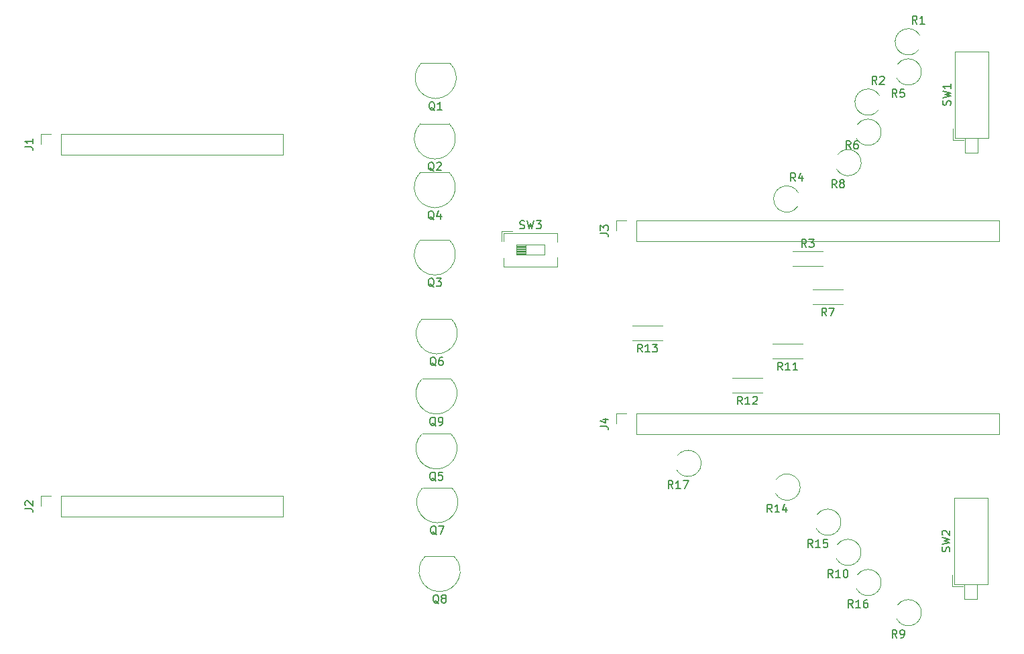
<source format=gbr>
%TF.GenerationSoftware,KiCad,Pcbnew,8.0.0*%
%TF.CreationDate,2024-03-02T15:21:29-05:00*%
%TF.ProjectId,Plano,506c616e-6f2e-46b6-9963-61645f706362,rev?*%
%TF.SameCoordinates,Original*%
%TF.FileFunction,Legend,Top*%
%TF.FilePolarity,Positive*%
%FSLAX46Y46*%
G04 Gerber Fmt 4.6, Leading zero omitted, Abs format (unit mm)*
G04 Created by KiCad (PCBNEW 8.0.0) date 2024-03-02 15:21:29*
%MOMM*%
%LPD*%
G01*
G04 APERTURE LIST*
%ADD10C,0.150000*%
%ADD11C,0.120000*%
G04 APERTURE END LIST*
D10*
X211797200Y-73543332D02*
X211844819Y-73400475D01*
X211844819Y-73400475D02*
X211844819Y-73162380D01*
X211844819Y-73162380D02*
X211797200Y-73067142D01*
X211797200Y-73067142D02*
X211749580Y-73019523D01*
X211749580Y-73019523D02*
X211654342Y-72971904D01*
X211654342Y-72971904D02*
X211559104Y-72971904D01*
X211559104Y-72971904D02*
X211463866Y-73019523D01*
X211463866Y-73019523D02*
X211416247Y-73067142D01*
X211416247Y-73067142D02*
X211368628Y-73162380D01*
X211368628Y-73162380D02*
X211321009Y-73352856D01*
X211321009Y-73352856D02*
X211273390Y-73448094D01*
X211273390Y-73448094D02*
X211225771Y-73495713D01*
X211225771Y-73495713D02*
X211130533Y-73543332D01*
X211130533Y-73543332D02*
X211035295Y-73543332D01*
X211035295Y-73543332D02*
X210940057Y-73495713D01*
X210940057Y-73495713D02*
X210892438Y-73448094D01*
X210892438Y-73448094D02*
X210844819Y-73352856D01*
X210844819Y-73352856D02*
X210844819Y-73114761D01*
X210844819Y-73114761D02*
X210892438Y-72971904D01*
X210844819Y-72638570D02*
X211844819Y-72400475D01*
X211844819Y-72400475D02*
X211130533Y-72209999D01*
X211130533Y-72209999D02*
X211844819Y-72019523D01*
X211844819Y-72019523D02*
X210844819Y-71781428D01*
X211844819Y-70876666D02*
X211844819Y-71448094D01*
X211844819Y-71162380D02*
X210844819Y-71162380D01*
X210844819Y-71162380D02*
X210987676Y-71257618D01*
X210987676Y-71257618D02*
X211082914Y-71352856D01*
X211082914Y-71352856D02*
X211130533Y-71448094D01*
X146634761Y-81850057D02*
X146539523Y-81802438D01*
X146539523Y-81802438D02*
X146444285Y-81707200D01*
X146444285Y-81707200D02*
X146301428Y-81564342D01*
X146301428Y-81564342D02*
X146206190Y-81516723D01*
X146206190Y-81516723D02*
X146110952Y-81516723D01*
X146158571Y-81754819D02*
X146063333Y-81707200D01*
X146063333Y-81707200D02*
X145968095Y-81611961D01*
X145968095Y-81611961D02*
X145920476Y-81421485D01*
X145920476Y-81421485D02*
X145920476Y-81088152D01*
X145920476Y-81088152D02*
X145968095Y-80897676D01*
X145968095Y-80897676D02*
X146063333Y-80802438D01*
X146063333Y-80802438D02*
X146158571Y-80754819D01*
X146158571Y-80754819D02*
X146349047Y-80754819D01*
X146349047Y-80754819D02*
X146444285Y-80802438D01*
X146444285Y-80802438D02*
X146539523Y-80897676D01*
X146539523Y-80897676D02*
X146587142Y-81088152D01*
X146587142Y-81088152D02*
X146587142Y-81421485D01*
X146587142Y-81421485D02*
X146539523Y-81611961D01*
X146539523Y-81611961D02*
X146444285Y-81707200D01*
X146444285Y-81707200D02*
X146349047Y-81754819D01*
X146349047Y-81754819D02*
X146158571Y-81754819D01*
X146968095Y-80850057D02*
X147015714Y-80802438D01*
X147015714Y-80802438D02*
X147110952Y-80754819D01*
X147110952Y-80754819D02*
X147349047Y-80754819D01*
X147349047Y-80754819D02*
X147444285Y-80802438D01*
X147444285Y-80802438D02*
X147491904Y-80850057D01*
X147491904Y-80850057D02*
X147539523Y-80945295D01*
X147539523Y-80945295D02*
X147539523Y-81040533D01*
X147539523Y-81040533D02*
X147491904Y-81183390D01*
X147491904Y-81183390D02*
X146920476Y-81754819D01*
X146920476Y-81754819D02*
X147539523Y-81754819D01*
X94982819Y-78819333D02*
X95697104Y-78819333D01*
X95697104Y-78819333D02*
X95839961Y-78866952D01*
X95839961Y-78866952D02*
X95935200Y-78962190D01*
X95935200Y-78962190D02*
X95982819Y-79105047D01*
X95982819Y-79105047D02*
X95982819Y-79200285D01*
X95982819Y-77819333D02*
X95982819Y-78390761D01*
X95982819Y-78105047D02*
X94982819Y-78105047D01*
X94982819Y-78105047D02*
X95125676Y-78200285D01*
X95125676Y-78200285D02*
X95220914Y-78295523D01*
X95220914Y-78295523D02*
X95268533Y-78390761D01*
X167626819Y-89741333D02*
X168341104Y-89741333D01*
X168341104Y-89741333D02*
X168483961Y-89788952D01*
X168483961Y-89788952D02*
X168579200Y-89884190D01*
X168579200Y-89884190D02*
X168626819Y-90027047D01*
X168626819Y-90027047D02*
X168626819Y-90122285D01*
X167626819Y-89360380D02*
X167626819Y-88741333D01*
X167626819Y-88741333D02*
X168007771Y-89074666D01*
X168007771Y-89074666D02*
X168007771Y-88931809D01*
X168007771Y-88931809D02*
X168055390Y-88836571D01*
X168055390Y-88836571D02*
X168103009Y-88788952D01*
X168103009Y-88788952D02*
X168198247Y-88741333D01*
X168198247Y-88741333D02*
X168436342Y-88741333D01*
X168436342Y-88741333D02*
X168531580Y-88788952D01*
X168531580Y-88788952D02*
X168579200Y-88836571D01*
X168579200Y-88836571D02*
X168626819Y-88931809D01*
X168626819Y-88931809D02*
X168626819Y-89217523D01*
X168626819Y-89217523D02*
X168579200Y-89312761D01*
X168579200Y-89312761D02*
X168531580Y-89360380D01*
X189287142Y-124974819D02*
X188953809Y-124498628D01*
X188715714Y-124974819D02*
X188715714Y-123974819D01*
X188715714Y-123974819D02*
X189096666Y-123974819D01*
X189096666Y-123974819D02*
X189191904Y-124022438D01*
X189191904Y-124022438D02*
X189239523Y-124070057D01*
X189239523Y-124070057D02*
X189287142Y-124165295D01*
X189287142Y-124165295D02*
X189287142Y-124308152D01*
X189287142Y-124308152D02*
X189239523Y-124403390D01*
X189239523Y-124403390D02*
X189191904Y-124451009D01*
X189191904Y-124451009D02*
X189096666Y-124498628D01*
X189096666Y-124498628D02*
X188715714Y-124498628D01*
X190239523Y-124974819D02*
X189668095Y-124974819D01*
X189953809Y-124974819D02*
X189953809Y-123974819D01*
X189953809Y-123974819D02*
X189858571Y-124117676D01*
X189858571Y-124117676D02*
X189763333Y-124212914D01*
X189763333Y-124212914D02*
X189668095Y-124260533D01*
X191096666Y-124308152D02*
X191096666Y-124974819D01*
X190858571Y-123927200D02*
X190620476Y-124641485D01*
X190620476Y-124641485D02*
X191239523Y-124641485D01*
X185539142Y-111340819D02*
X185205809Y-110864628D01*
X184967714Y-111340819D02*
X184967714Y-110340819D01*
X184967714Y-110340819D02*
X185348666Y-110340819D01*
X185348666Y-110340819D02*
X185443904Y-110388438D01*
X185443904Y-110388438D02*
X185491523Y-110436057D01*
X185491523Y-110436057D02*
X185539142Y-110531295D01*
X185539142Y-110531295D02*
X185539142Y-110674152D01*
X185539142Y-110674152D02*
X185491523Y-110769390D01*
X185491523Y-110769390D02*
X185443904Y-110817009D01*
X185443904Y-110817009D02*
X185348666Y-110864628D01*
X185348666Y-110864628D02*
X184967714Y-110864628D01*
X186491523Y-111340819D02*
X185920095Y-111340819D01*
X186205809Y-111340819D02*
X186205809Y-110340819D01*
X186205809Y-110340819D02*
X186110571Y-110483676D01*
X186110571Y-110483676D02*
X186015333Y-110578914D01*
X186015333Y-110578914D02*
X185920095Y-110626533D01*
X186872476Y-110436057D02*
X186920095Y-110388438D01*
X186920095Y-110388438D02*
X187015333Y-110340819D01*
X187015333Y-110340819D02*
X187253428Y-110340819D01*
X187253428Y-110340819D02*
X187348666Y-110388438D01*
X187348666Y-110388438D02*
X187396285Y-110436057D01*
X187396285Y-110436057D02*
X187443904Y-110531295D01*
X187443904Y-110531295D02*
X187443904Y-110626533D01*
X187443904Y-110626533D02*
X187396285Y-110769390D01*
X187396285Y-110769390D02*
X186824857Y-111340819D01*
X186824857Y-111340819D02*
X187443904Y-111340819D01*
X146870761Y-106478057D02*
X146775523Y-106430438D01*
X146775523Y-106430438D02*
X146680285Y-106335200D01*
X146680285Y-106335200D02*
X146537428Y-106192342D01*
X146537428Y-106192342D02*
X146442190Y-106144723D01*
X146442190Y-106144723D02*
X146346952Y-106144723D01*
X146394571Y-106382819D02*
X146299333Y-106335200D01*
X146299333Y-106335200D02*
X146204095Y-106239961D01*
X146204095Y-106239961D02*
X146156476Y-106049485D01*
X146156476Y-106049485D02*
X146156476Y-105716152D01*
X146156476Y-105716152D02*
X146204095Y-105525676D01*
X146204095Y-105525676D02*
X146299333Y-105430438D01*
X146299333Y-105430438D02*
X146394571Y-105382819D01*
X146394571Y-105382819D02*
X146585047Y-105382819D01*
X146585047Y-105382819D02*
X146680285Y-105430438D01*
X146680285Y-105430438D02*
X146775523Y-105525676D01*
X146775523Y-105525676D02*
X146823142Y-105716152D01*
X146823142Y-105716152D02*
X146823142Y-106049485D01*
X146823142Y-106049485D02*
X146775523Y-106239961D01*
X146775523Y-106239961D02*
X146680285Y-106335200D01*
X146680285Y-106335200D02*
X146585047Y-106382819D01*
X146585047Y-106382819D02*
X146394571Y-106382819D01*
X147680285Y-105382819D02*
X147489809Y-105382819D01*
X147489809Y-105382819D02*
X147394571Y-105430438D01*
X147394571Y-105430438D02*
X147346952Y-105478057D01*
X147346952Y-105478057D02*
X147251714Y-105620914D01*
X147251714Y-105620914D02*
X147204095Y-105811390D01*
X147204095Y-105811390D02*
X147204095Y-106192342D01*
X147204095Y-106192342D02*
X147251714Y-106287580D01*
X147251714Y-106287580D02*
X147299333Y-106335200D01*
X147299333Y-106335200D02*
X147394571Y-106382819D01*
X147394571Y-106382819D02*
X147585047Y-106382819D01*
X147585047Y-106382819D02*
X147680285Y-106335200D01*
X147680285Y-106335200D02*
X147727904Y-106287580D01*
X147727904Y-106287580D02*
X147775523Y-106192342D01*
X147775523Y-106192342D02*
X147775523Y-105954247D01*
X147775523Y-105954247D02*
X147727904Y-105859009D01*
X147727904Y-105859009D02*
X147680285Y-105811390D01*
X147680285Y-105811390D02*
X147585047Y-105763771D01*
X147585047Y-105763771D02*
X147394571Y-105763771D01*
X147394571Y-105763771D02*
X147299333Y-105811390D01*
X147299333Y-105811390D02*
X147251714Y-105859009D01*
X147251714Y-105859009D02*
X147204095Y-105954247D01*
X147234761Y-136510057D02*
X147139523Y-136462438D01*
X147139523Y-136462438D02*
X147044285Y-136367200D01*
X147044285Y-136367200D02*
X146901428Y-136224342D01*
X146901428Y-136224342D02*
X146806190Y-136176723D01*
X146806190Y-136176723D02*
X146710952Y-136176723D01*
X146758571Y-136414819D02*
X146663333Y-136367200D01*
X146663333Y-136367200D02*
X146568095Y-136271961D01*
X146568095Y-136271961D02*
X146520476Y-136081485D01*
X146520476Y-136081485D02*
X146520476Y-135748152D01*
X146520476Y-135748152D02*
X146568095Y-135557676D01*
X146568095Y-135557676D02*
X146663333Y-135462438D01*
X146663333Y-135462438D02*
X146758571Y-135414819D01*
X146758571Y-135414819D02*
X146949047Y-135414819D01*
X146949047Y-135414819D02*
X147044285Y-135462438D01*
X147044285Y-135462438D02*
X147139523Y-135557676D01*
X147139523Y-135557676D02*
X147187142Y-135748152D01*
X147187142Y-135748152D02*
X147187142Y-136081485D01*
X147187142Y-136081485D02*
X147139523Y-136271961D01*
X147139523Y-136271961D02*
X147044285Y-136367200D01*
X147044285Y-136367200D02*
X146949047Y-136414819D01*
X146949047Y-136414819D02*
X146758571Y-136414819D01*
X147758571Y-135843390D02*
X147663333Y-135795771D01*
X147663333Y-135795771D02*
X147615714Y-135748152D01*
X147615714Y-135748152D02*
X147568095Y-135652914D01*
X147568095Y-135652914D02*
X147568095Y-135605295D01*
X147568095Y-135605295D02*
X147615714Y-135510057D01*
X147615714Y-135510057D02*
X147663333Y-135462438D01*
X147663333Y-135462438D02*
X147758571Y-135414819D01*
X147758571Y-135414819D02*
X147949047Y-135414819D01*
X147949047Y-135414819D02*
X148044285Y-135462438D01*
X148044285Y-135462438D02*
X148091904Y-135510057D01*
X148091904Y-135510057D02*
X148139523Y-135605295D01*
X148139523Y-135605295D02*
X148139523Y-135652914D01*
X148139523Y-135652914D02*
X148091904Y-135748152D01*
X148091904Y-135748152D02*
X148044285Y-135795771D01*
X148044285Y-135795771D02*
X147949047Y-135843390D01*
X147949047Y-135843390D02*
X147758571Y-135843390D01*
X147758571Y-135843390D02*
X147663333Y-135891009D01*
X147663333Y-135891009D02*
X147615714Y-135938628D01*
X147615714Y-135938628D02*
X147568095Y-136033866D01*
X147568095Y-136033866D02*
X147568095Y-136224342D01*
X147568095Y-136224342D02*
X147615714Y-136319580D01*
X147615714Y-136319580D02*
X147663333Y-136367200D01*
X147663333Y-136367200D02*
X147758571Y-136414819D01*
X147758571Y-136414819D02*
X147949047Y-136414819D01*
X147949047Y-136414819D02*
X148044285Y-136367200D01*
X148044285Y-136367200D02*
X148091904Y-136319580D01*
X148091904Y-136319580D02*
X148139523Y-136224342D01*
X148139523Y-136224342D02*
X148139523Y-136033866D01*
X148139523Y-136033866D02*
X148091904Y-135938628D01*
X148091904Y-135938628D02*
X148044285Y-135891009D01*
X148044285Y-135891009D02*
X147949047Y-135843390D01*
X193635333Y-91498819D02*
X193302000Y-91022628D01*
X193063905Y-91498819D02*
X193063905Y-90498819D01*
X193063905Y-90498819D02*
X193444857Y-90498819D01*
X193444857Y-90498819D02*
X193540095Y-90546438D01*
X193540095Y-90546438D02*
X193587714Y-90594057D01*
X193587714Y-90594057D02*
X193635333Y-90689295D01*
X193635333Y-90689295D02*
X193635333Y-90832152D01*
X193635333Y-90832152D02*
X193587714Y-90927390D01*
X193587714Y-90927390D02*
X193540095Y-90975009D01*
X193540095Y-90975009D02*
X193444857Y-91022628D01*
X193444857Y-91022628D02*
X193063905Y-91022628D01*
X193968667Y-90498819D02*
X194587714Y-90498819D01*
X194587714Y-90498819D02*
X194254381Y-90879771D01*
X194254381Y-90879771D02*
X194397238Y-90879771D01*
X194397238Y-90879771D02*
X194492476Y-90927390D01*
X194492476Y-90927390D02*
X194540095Y-90975009D01*
X194540095Y-90975009D02*
X194587714Y-91070247D01*
X194587714Y-91070247D02*
X194587714Y-91308342D01*
X194587714Y-91308342D02*
X194540095Y-91403580D01*
X194540095Y-91403580D02*
X194492476Y-91451200D01*
X194492476Y-91451200D02*
X194397238Y-91498819D01*
X194397238Y-91498819D02*
X194111524Y-91498819D01*
X194111524Y-91498819D02*
X194016286Y-91451200D01*
X194016286Y-91451200D02*
X193968667Y-91403580D01*
X146840761Y-121018057D02*
X146745523Y-120970438D01*
X146745523Y-120970438D02*
X146650285Y-120875200D01*
X146650285Y-120875200D02*
X146507428Y-120732342D01*
X146507428Y-120732342D02*
X146412190Y-120684723D01*
X146412190Y-120684723D02*
X146316952Y-120684723D01*
X146364571Y-120922819D02*
X146269333Y-120875200D01*
X146269333Y-120875200D02*
X146174095Y-120779961D01*
X146174095Y-120779961D02*
X146126476Y-120589485D01*
X146126476Y-120589485D02*
X146126476Y-120256152D01*
X146126476Y-120256152D02*
X146174095Y-120065676D01*
X146174095Y-120065676D02*
X146269333Y-119970438D01*
X146269333Y-119970438D02*
X146364571Y-119922819D01*
X146364571Y-119922819D02*
X146555047Y-119922819D01*
X146555047Y-119922819D02*
X146650285Y-119970438D01*
X146650285Y-119970438D02*
X146745523Y-120065676D01*
X146745523Y-120065676D02*
X146793142Y-120256152D01*
X146793142Y-120256152D02*
X146793142Y-120589485D01*
X146793142Y-120589485D02*
X146745523Y-120779961D01*
X146745523Y-120779961D02*
X146650285Y-120875200D01*
X146650285Y-120875200D02*
X146555047Y-120922819D01*
X146555047Y-120922819D02*
X146364571Y-120922819D01*
X147697904Y-119922819D02*
X147221714Y-119922819D01*
X147221714Y-119922819D02*
X147174095Y-120399009D01*
X147174095Y-120399009D02*
X147221714Y-120351390D01*
X147221714Y-120351390D02*
X147316952Y-120303771D01*
X147316952Y-120303771D02*
X147555047Y-120303771D01*
X147555047Y-120303771D02*
X147650285Y-120351390D01*
X147650285Y-120351390D02*
X147697904Y-120399009D01*
X147697904Y-120399009D02*
X147745523Y-120494247D01*
X147745523Y-120494247D02*
X147745523Y-120732342D01*
X147745523Y-120732342D02*
X147697904Y-120827580D01*
X147697904Y-120827580D02*
X147650285Y-120875200D01*
X147650285Y-120875200D02*
X147555047Y-120922819D01*
X147555047Y-120922819D02*
X147316952Y-120922819D01*
X147316952Y-120922819D02*
X147221714Y-120875200D01*
X147221714Y-120875200D02*
X147174095Y-120827580D01*
X207605333Y-63266819D02*
X207272000Y-62790628D01*
X207033905Y-63266819D02*
X207033905Y-62266819D01*
X207033905Y-62266819D02*
X207414857Y-62266819D01*
X207414857Y-62266819D02*
X207510095Y-62314438D01*
X207510095Y-62314438D02*
X207557714Y-62362057D01*
X207557714Y-62362057D02*
X207605333Y-62457295D01*
X207605333Y-62457295D02*
X207605333Y-62600152D01*
X207605333Y-62600152D02*
X207557714Y-62695390D01*
X207557714Y-62695390D02*
X207510095Y-62743009D01*
X207510095Y-62743009D02*
X207414857Y-62790628D01*
X207414857Y-62790628D02*
X207033905Y-62790628D01*
X208557714Y-63266819D02*
X207986286Y-63266819D01*
X208272000Y-63266819D02*
X208272000Y-62266819D01*
X208272000Y-62266819D02*
X208176762Y-62409676D01*
X208176762Y-62409676D02*
X208081524Y-62504914D01*
X208081524Y-62504914D02*
X207986286Y-62552533D01*
X146734761Y-74210057D02*
X146639523Y-74162438D01*
X146639523Y-74162438D02*
X146544285Y-74067200D01*
X146544285Y-74067200D02*
X146401428Y-73924342D01*
X146401428Y-73924342D02*
X146306190Y-73876723D01*
X146306190Y-73876723D02*
X146210952Y-73876723D01*
X146258571Y-74114819D02*
X146163333Y-74067200D01*
X146163333Y-74067200D02*
X146068095Y-73971961D01*
X146068095Y-73971961D02*
X146020476Y-73781485D01*
X146020476Y-73781485D02*
X146020476Y-73448152D01*
X146020476Y-73448152D02*
X146068095Y-73257676D01*
X146068095Y-73257676D02*
X146163333Y-73162438D01*
X146163333Y-73162438D02*
X146258571Y-73114819D01*
X146258571Y-73114819D02*
X146449047Y-73114819D01*
X146449047Y-73114819D02*
X146544285Y-73162438D01*
X146544285Y-73162438D02*
X146639523Y-73257676D01*
X146639523Y-73257676D02*
X146687142Y-73448152D01*
X146687142Y-73448152D02*
X146687142Y-73781485D01*
X146687142Y-73781485D02*
X146639523Y-73971961D01*
X146639523Y-73971961D02*
X146544285Y-74067200D01*
X146544285Y-74067200D02*
X146449047Y-74114819D01*
X146449047Y-74114819D02*
X146258571Y-74114819D01*
X147639523Y-74114819D02*
X147068095Y-74114819D01*
X147353809Y-74114819D02*
X147353809Y-73114819D01*
X147353809Y-73114819D02*
X147258571Y-73257676D01*
X147258571Y-73257676D02*
X147163333Y-73352914D01*
X147163333Y-73352914D02*
X147068095Y-73400533D01*
X146940761Y-127818057D02*
X146845523Y-127770438D01*
X146845523Y-127770438D02*
X146750285Y-127675200D01*
X146750285Y-127675200D02*
X146607428Y-127532342D01*
X146607428Y-127532342D02*
X146512190Y-127484723D01*
X146512190Y-127484723D02*
X146416952Y-127484723D01*
X146464571Y-127722819D02*
X146369333Y-127675200D01*
X146369333Y-127675200D02*
X146274095Y-127579961D01*
X146274095Y-127579961D02*
X146226476Y-127389485D01*
X146226476Y-127389485D02*
X146226476Y-127056152D01*
X146226476Y-127056152D02*
X146274095Y-126865676D01*
X146274095Y-126865676D02*
X146369333Y-126770438D01*
X146369333Y-126770438D02*
X146464571Y-126722819D01*
X146464571Y-126722819D02*
X146655047Y-126722819D01*
X146655047Y-126722819D02*
X146750285Y-126770438D01*
X146750285Y-126770438D02*
X146845523Y-126865676D01*
X146845523Y-126865676D02*
X146893142Y-127056152D01*
X146893142Y-127056152D02*
X146893142Y-127389485D01*
X146893142Y-127389485D02*
X146845523Y-127579961D01*
X146845523Y-127579961D02*
X146750285Y-127675200D01*
X146750285Y-127675200D02*
X146655047Y-127722819D01*
X146655047Y-127722819D02*
X146464571Y-127722819D01*
X147226476Y-126722819D02*
X147893142Y-126722819D01*
X147893142Y-126722819D02*
X147464571Y-127722819D01*
X199233333Y-79054819D02*
X198900000Y-78578628D01*
X198661905Y-79054819D02*
X198661905Y-78054819D01*
X198661905Y-78054819D02*
X199042857Y-78054819D01*
X199042857Y-78054819D02*
X199138095Y-78102438D01*
X199138095Y-78102438D02*
X199185714Y-78150057D01*
X199185714Y-78150057D02*
X199233333Y-78245295D01*
X199233333Y-78245295D02*
X199233333Y-78388152D01*
X199233333Y-78388152D02*
X199185714Y-78483390D01*
X199185714Y-78483390D02*
X199138095Y-78531009D01*
X199138095Y-78531009D02*
X199042857Y-78578628D01*
X199042857Y-78578628D02*
X198661905Y-78578628D01*
X200090476Y-78054819D02*
X199900000Y-78054819D01*
X199900000Y-78054819D02*
X199804762Y-78102438D01*
X199804762Y-78102438D02*
X199757143Y-78150057D01*
X199757143Y-78150057D02*
X199661905Y-78292914D01*
X199661905Y-78292914D02*
X199614286Y-78483390D01*
X199614286Y-78483390D02*
X199614286Y-78864342D01*
X199614286Y-78864342D02*
X199661905Y-78959580D01*
X199661905Y-78959580D02*
X199709524Y-79007200D01*
X199709524Y-79007200D02*
X199804762Y-79054819D01*
X199804762Y-79054819D02*
X199995238Y-79054819D01*
X199995238Y-79054819D02*
X200090476Y-79007200D01*
X200090476Y-79007200D02*
X200138095Y-78959580D01*
X200138095Y-78959580D02*
X200185714Y-78864342D01*
X200185714Y-78864342D02*
X200185714Y-78626247D01*
X200185714Y-78626247D02*
X200138095Y-78531009D01*
X200138095Y-78531009D02*
X200090476Y-78483390D01*
X200090476Y-78483390D02*
X199995238Y-78435771D01*
X199995238Y-78435771D02*
X199804762Y-78435771D01*
X199804762Y-78435771D02*
X199709524Y-78483390D01*
X199709524Y-78483390D02*
X199661905Y-78531009D01*
X199661905Y-78531009D02*
X199614286Y-78626247D01*
X146634761Y-88010057D02*
X146539523Y-87962438D01*
X146539523Y-87962438D02*
X146444285Y-87867200D01*
X146444285Y-87867200D02*
X146301428Y-87724342D01*
X146301428Y-87724342D02*
X146206190Y-87676723D01*
X146206190Y-87676723D02*
X146110952Y-87676723D01*
X146158571Y-87914819D02*
X146063333Y-87867200D01*
X146063333Y-87867200D02*
X145968095Y-87771961D01*
X145968095Y-87771961D02*
X145920476Y-87581485D01*
X145920476Y-87581485D02*
X145920476Y-87248152D01*
X145920476Y-87248152D02*
X145968095Y-87057676D01*
X145968095Y-87057676D02*
X146063333Y-86962438D01*
X146063333Y-86962438D02*
X146158571Y-86914819D01*
X146158571Y-86914819D02*
X146349047Y-86914819D01*
X146349047Y-86914819D02*
X146444285Y-86962438D01*
X146444285Y-86962438D02*
X146539523Y-87057676D01*
X146539523Y-87057676D02*
X146587142Y-87248152D01*
X146587142Y-87248152D02*
X146587142Y-87581485D01*
X146587142Y-87581485D02*
X146539523Y-87771961D01*
X146539523Y-87771961D02*
X146444285Y-87867200D01*
X146444285Y-87867200D02*
X146349047Y-87914819D01*
X146349047Y-87914819D02*
X146158571Y-87914819D01*
X147444285Y-87248152D02*
X147444285Y-87914819D01*
X147206190Y-86867200D02*
X146968095Y-87581485D01*
X146968095Y-87581485D02*
X147587142Y-87581485D01*
X172917142Y-104736819D02*
X172583809Y-104260628D01*
X172345714Y-104736819D02*
X172345714Y-103736819D01*
X172345714Y-103736819D02*
X172726666Y-103736819D01*
X172726666Y-103736819D02*
X172821904Y-103784438D01*
X172821904Y-103784438D02*
X172869523Y-103832057D01*
X172869523Y-103832057D02*
X172917142Y-103927295D01*
X172917142Y-103927295D02*
X172917142Y-104070152D01*
X172917142Y-104070152D02*
X172869523Y-104165390D01*
X172869523Y-104165390D02*
X172821904Y-104213009D01*
X172821904Y-104213009D02*
X172726666Y-104260628D01*
X172726666Y-104260628D02*
X172345714Y-104260628D01*
X173869523Y-104736819D02*
X173298095Y-104736819D01*
X173583809Y-104736819D02*
X173583809Y-103736819D01*
X173583809Y-103736819D02*
X173488571Y-103879676D01*
X173488571Y-103879676D02*
X173393333Y-103974914D01*
X173393333Y-103974914D02*
X173298095Y-104022533D01*
X174202857Y-103736819D02*
X174821904Y-103736819D01*
X174821904Y-103736819D02*
X174488571Y-104117771D01*
X174488571Y-104117771D02*
X174631428Y-104117771D01*
X174631428Y-104117771D02*
X174726666Y-104165390D01*
X174726666Y-104165390D02*
X174774285Y-104213009D01*
X174774285Y-104213009D02*
X174821904Y-104308247D01*
X174821904Y-104308247D02*
X174821904Y-104546342D01*
X174821904Y-104546342D02*
X174774285Y-104641580D01*
X174774285Y-104641580D02*
X174726666Y-104689200D01*
X174726666Y-104689200D02*
X174631428Y-104736819D01*
X174631428Y-104736819D02*
X174345714Y-104736819D01*
X174345714Y-104736819D02*
X174250476Y-104689200D01*
X174250476Y-104689200D02*
X174202857Y-104641580D01*
X194429142Y-129412819D02*
X194095809Y-128936628D01*
X193857714Y-129412819D02*
X193857714Y-128412819D01*
X193857714Y-128412819D02*
X194238666Y-128412819D01*
X194238666Y-128412819D02*
X194333904Y-128460438D01*
X194333904Y-128460438D02*
X194381523Y-128508057D01*
X194381523Y-128508057D02*
X194429142Y-128603295D01*
X194429142Y-128603295D02*
X194429142Y-128746152D01*
X194429142Y-128746152D02*
X194381523Y-128841390D01*
X194381523Y-128841390D02*
X194333904Y-128889009D01*
X194333904Y-128889009D02*
X194238666Y-128936628D01*
X194238666Y-128936628D02*
X193857714Y-128936628D01*
X195381523Y-129412819D02*
X194810095Y-129412819D01*
X195095809Y-129412819D02*
X195095809Y-128412819D01*
X195095809Y-128412819D02*
X195000571Y-128555676D01*
X195000571Y-128555676D02*
X194905333Y-128650914D01*
X194905333Y-128650914D02*
X194810095Y-128698533D01*
X196286285Y-128412819D02*
X195810095Y-128412819D01*
X195810095Y-128412819D02*
X195762476Y-128889009D01*
X195762476Y-128889009D02*
X195810095Y-128841390D01*
X195810095Y-128841390D02*
X195905333Y-128793771D01*
X195905333Y-128793771D02*
X196143428Y-128793771D01*
X196143428Y-128793771D02*
X196238666Y-128841390D01*
X196238666Y-128841390D02*
X196286285Y-128889009D01*
X196286285Y-128889009D02*
X196333904Y-128984247D01*
X196333904Y-128984247D02*
X196333904Y-129222342D01*
X196333904Y-129222342D02*
X196286285Y-129317580D01*
X196286285Y-129317580D02*
X196238666Y-129365200D01*
X196238666Y-129365200D02*
X196143428Y-129412819D01*
X196143428Y-129412819D02*
X195905333Y-129412819D01*
X195905333Y-129412819D02*
X195810095Y-129365200D01*
X195810095Y-129365200D02*
X195762476Y-129317580D01*
X211697200Y-129948332D02*
X211744819Y-129805475D01*
X211744819Y-129805475D02*
X211744819Y-129567380D01*
X211744819Y-129567380D02*
X211697200Y-129472142D01*
X211697200Y-129472142D02*
X211649580Y-129424523D01*
X211649580Y-129424523D02*
X211554342Y-129376904D01*
X211554342Y-129376904D02*
X211459104Y-129376904D01*
X211459104Y-129376904D02*
X211363866Y-129424523D01*
X211363866Y-129424523D02*
X211316247Y-129472142D01*
X211316247Y-129472142D02*
X211268628Y-129567380D01*
X211268628Y-129567380D02*
X211221009Y-129757856D01*
X211221009Y-129757856D02*
X211173390Y-129853094D01*
X211173390Y-129853094D02*
X211125771Y-129900713D01*
X211125771Y-129900713D02*
X211030533Y-129948332D01*
X211030533Y-129948332D02*
X210935295Y-129948332D01*
X210935295Y-129948332D02*
X210840057Y-129900713D01*
X210840057Y-129900713D02*
X210792438Y-129853094D01*
X210792438Y-129853094D02*
X210744819Y-129757856D01*
X210744819Y-129757856D02*
X210744819Y-129519761D01*
X210744819Y-129519761D02*
X210792438Y-129376904D01*
X210744819Y-129043570D02*
X211744819Y-128805475D01*
X211744819Y-128805475D02*
X211030533Y-128614999D01*
X211030533Y-128614999D02*
X211744819Y-128424523D01*
X211744819Y-128424523D02*
X210744819Y-128186428D01*
X210840057Y-127853094D02*
X210792438Y-127805475D01*
X210792438Y-127805475D02*
X210744819Y-127710237D01*
X210744819Y-127710237D02*
X210744819Y-127472142D01*
X210744819Y-127472142D02*
X210792438Y-127376904D01*
X210792438Y-127376904D02*
X210840057Y-127329285D01*
X210840057Y-127329285D02*
X210935295Y-127281666D01*
X210935295Y-127281666D02*
X211030533Y-127281666D01*
X211030533Y-127281666D02*
X211173390Y-127329285D01*
X211173390Y-127329285D02*
X211744819Y-127900713D01*
X211744819Y-127900713D02*
X211744819Y-127281666D01*
X176787142Y-121974819D02*
X176453809Y-121498628D01*
X176215714Y-121974819D02*
X176215714Y-120974819D01*
X176215714Y-120974819D02*
X176596666Y-120974819D01*
X176596666Y-120974819D02*
X176691904Y-121022438D01*
X176691904Y-121022438D02*
X176739523Y-121070057D01*
X176739523Y-121070057D02*
X176787142Y-121165295D01*
X176787142Y-121165295D02*
X176787142Y-121308152D01*
X176787142Y-121308152D02*
X176739523Y-121403390D01*
X176739523Y-121403390D02*
X176691904Y-121451009D01*
X176691904Y-121451009D02*
X176596666Y-121498628D01*
X176596666Y-121498628D02*
X176215714Y-121498628D01*
X177739523Y-121974819D02*
X177168095Y-121974819D01*
X177453809Y-121974819D02*
X177453809Y-120974819D01*
X177453809Y-120974819D02*
X177358571Y-121117676D01*
X177358571Y-121117676D02*
X177263333Y-121212914D01*
X177263333Y-121212914D02*
X177168095Y-121260533D01*
X178072857Y-120974819D02*
X178739523Y-120974819D01*
X178739523Y-120974819D02*
X178310952Y-121974819D01*
X157476667Y-89097200D02*
X157619524Y-89144819D01*
X157619524Y-89144819D02*
X157857619Y-89144819D01*
X157857619Y-89144819D02*
X157952857Y-89097200D01*
X157952857Y-89097200D02*
X158000476Y-89049580D01*
X158000476Y-89049580D02*
X158048095Y-88954342D01*
X158048095Y-88954342D02*
X158048095Y-88859104D01*
X158048095Y-88859104D02*
X158000476Y-88763866D01*
X158000476Y-88763866D02*
X157952857Y-88716247D01*
X157952857Y-88716247D02*
X157857619Y-88668628D01*
X157857619Y-88668628D02*
X157667143Y-88621009D01*
X157667143Y-88621009D02*
X157571905Y-88573390D01*
X157571905Y-88573390D02*
X157524286Y-88525771D01*
X157524286Y-88525771D02*
X157476667Y-88430533D01*
X157476667Y-88430533D02*
X157476667Y-88335295D01*
X157476667Y-88335295D02*
X157524286Y-88240057D01*
X157524286Y-88240057D02*
X157571905Y-88192438D01*
X157571905Y-88192438D02*
X157667143Y-88144819D01*
X157667143Y-88144819D02*
X157905238Y-88144819D01*
X157905238Y-88144819D02*
X158048095Y-88192438D01*
X158381429Y-88144819D02*
X158619524Y-89144819D01*
X158619524Y-89144819D02*
X158810000Y-88430533D01*
X158810000Y-88430533D02*
X159000476Y-89144819D01*
X159000476Y-89144819D02*
X159238572Y-88144819D01*
X159524286Y-88144819D02*
X160143333Y-88144819D01*
X160143333Y-88144819D02*
X159810000Y-88525771D01*
X159810000Y-88525771D02*
X159952857Y-88525771D01*
X159952857Y-88525771D02*
X160048095Y-88573390D01*
X160048095Y-88573390D02*
X160095714Y-88621009D01*
X160095714Y-88621009D02*
X160143333Y-88716247D01*
X160143333Y-88716247D02*
X160143333Y-88954342D01*
X160143333Y-88954342D02*
X160095714Y-89049580D01*
X160095714Y-89049580D02*
X160048095Y-89097200D01*
X160048095Y-89097200D02*
X159952857Y-89144819D01*
X159952857Y-89144819D02*
X159667143Y-89144819D01*
X159667143Y-89144819D02*
X159571905Y-89097200D01*
X159571905Y-89097200D02*
X159524286Y-89049580D01*
X192263333Y-83134819D02*
X191930000Y-82658628D01*
X191691905Y-83134819D02*
X191691905Y-82134819D01*
X191691905Y-82134819D02*
X192072857Y-82134819D01*
X192072857Y-82134819D02*
X192168095Y-82182438D01*
X192168095Y-82182438D02*
X192215714Y-82230057D01*
X192215714Y-82230057D02*
X192263333Y-82325295D01*
X192263333Y-82325295D02*
X192263333Y-82468152D01*
X192263333Y-82468152D02*
X192215714Y-82563390D01*
X192215714Y-82563390D02*
X192168095Y-82611009D01*
X192168095Y-82611009D02*
X192072857Y-82658628D01*
X192072857Y-82658628D02*
X191691905Y-82658628D01*
X193120476Y-82468152D02*
X193120476Y-83134819D01*
X192882381Y-82087200D02*
X192644286Y-82801485D01*
X192644286Y-82801485D02*
X193263333Y-82801485D01*
X197463333Y-83974819D02*
X197130000Y-83498628D01*
X196891905Y-83974819D02*
X196891905Y-82974819D01*
X196891905Y-82974819D02*
X197272857Y-82974819D01*
X197272857Y-82974819D02*
X197368095Y-83022438D01*
X197368095Y-83022438D02*
X197415714Y-83070057D01*
X197415714Y-83070057D02*
X197463333Y-83165295D01*
X197463333Y-83165295D02*
X197463333Y-83308152D01*
X197463333Y-83308152D02*
X197415714Y-83403390D01*
X197415714Y-83403390D02*
X197368095Y-83451009D01*
X197368095Y-83451009D02*
X197272857Y-83498628D01*
X197272857Y-83498628D02*
X196891905Y-83498628D01*
X198034762Y-83403390D02*
X197939524Y-83355771D01*
X197939524Y-83355771D02*
X197891905Y-83308152D01*
X197891905Y-83308152D02*
X197844286Y-83212914D01*
X197844286Y-83212914D02*
X197844286Y-83165295D01*
X197844286Y-83165295D02*
X197891905Y-83070057D01*
X197891905Y-83070057D02*
X197939524Y-83022438D01*
X197939524Y-83022438D02*
X198034762Y-82974819D01*
X198034762Y-82974819D02*
X198225238Y-82974819D01*
X198225238Y-82974819D02*
X198320476Y-83022438D01*
X198320476Y-83022438D02*
X198368095Y-83070057D01*
X198368095Y-83070057D02*
X198415714Y-83165295D01*
X198415714Y-83165295D02*
X198415714Y-83212914D01*
X198415714Y-83212914D02*
X198368095Y-83308152D01*
X198368095Y-83308152D02*
X198320476Y-83355771D01*
X198320476Y-83355771D02*
X198225238Y-83403390D01*
X198225238Y-83403390D02*
X198034762Y-83403390D01*
X198034762Y-83403390D02*
X197939524Y-83451009D01*
X197939524Y-83451009D02*
X197891905Y-83498628D01*
X197891905Y-83498628D02*
X197844286Y-83593866D01*
X197844286Y-83593866D02*
X197844286Y-83784342D01*
X197844286Y-83784342D02*
X197891905Y-83879580D01*
X197891905Y-83879580D02*
X197939524Y-83927200D01*
X197939524Y-83927200D02*
X198034762Y-83974819D01*
X198034762Y-83974819D02*
X198225238Y-83974819D01*
X198225238Y-83974819D02*
X198320476Y-83927200D01*
X198320476Y-83927200D02*
X198368095Y-83879580D01*
X198368095Y-83879580D02*
X198415714Y-83784342D01*
X198415714Y-83784342D02*
X198415714Y-83593866D01*
X198415714Y-83593866D02*
X198368095Y-83498628D01*
X198368095Y-83498628D02*
X198320476Y-83451009D01*
X198320476Y-83451009D02*
X198225238Y-83403390D01*
X199509142Y-137032819D02*
X199175809Y-136556628D01*
X198937714Y-137032819D02*
X198937714Y-136032819D01*
X198937714Y-136032819D02*
X199318666Y-136032819D01*
X199318666Y-136032819D02*
X199413904Y-136080438D01*
X199413904Y-136080438D02*
X199461523Y-136128057D01*
X199461523Y-136128057D02*
X199509142Y-136223295D01*
X199509142Y-136223295D02*
X199509142Y-136366152D01*
X199509142Y-136366152D02*
X199461523Y-136461390D01*
X199461523Y-136461390D02*
X199413904Y-136509009D01*
X199413904Y-136509009D02*
X199318666Y-136556628D01*
X199318666Y-136556628D02*
X198937714Y-136556628D01*
X200461523Y-137032819D02*
X199890095Y-137032819D01*
X200175809Y-137032819D02*
X200175809Y-136032819D01*
X200175809Y-136032819D02*
X200080571Y-136175676D01*
X200080571Y-136175676D02*
X199985333Y-136270914D01*
X199985333Y-136270914D02*
X199890095Y-136318533D01*
X201318666Y-136032819D02*
X201128190Y-136032819D01*
X201128190Y-136032819D02*
X201032952Y-136080438D01*
X201032952Y-136080438D02*
X200985333Y-136128057D01*
X200985333Y-136128057D02*
X200890095Y-136270914D01*
X200890095Y-136270914D02*
X200842476Y-136461390D01*
X200842476Y-136461390D02*
X200842476Y-136842342D01*
X200842476Y-136842342D02*
X200890095Y-136937580D01*
X200890095Y-136937580D02*
X200937714Y-136985200D01*
X200937714Y-136985200D02*
X201032952Y-137032819D01*
X201032952Y-137032819D02*
X201223428Y-137032819D01*
X201223428Y-137032819D02*
X201318666Y-136985200D01*
X201318666Y-136985200D02*
X201366285Y-136937580D01*
X201366285Y-136937580D02*
X201413904Y-136842342D01*
X201413904Y-136842342D02*
X201413904Y-136604247D01*
X201413904Y-136604247D02*
X201366285Y-136509009D01*
X201366285Y-136509009D02*
X201318666Y-136461390D01*
X201318666Y-136461390D02*
X201223428Y-136413771D01*
X201223428Y-136413771D02*
X201032952Y-136413771D01*
X201032952Y-136413771D02*
X200937714Y-136461390D01*
X200937714Y-136461390D02*
X200890095Y-136509009D01*
X200890095Y-136509009D02*
X200842476Y-136604247D01*
X196175333Y-100164819D02*
X195842000Y-99688628D01*
X195603905Y-100164819D02*
X195603905Y-99164819D01*
X195603905Y-99164819D02*
X195984857Y-99164819D01*
X195984857Y-99164819D02*
X196080095Y-99212438D01*
X196080095Y-99212438D02*
X196127714Y-99260057D01*
X196127714Y-99260057D02*
X196175333Y-99355295D01*
X196175333Y-99355295D02*
X196175333Y-99498152D01*
X196175333Y-99498152D02*
X196127714Y-99593390D01*
X196127714Y-99593390D02*
X196080095Y-99641009D01*
X196080095Y-99641009D02*
X195984857Y-99688628D01*
X195984857Y-99688628D02*
X195603905Y-99688628D01*
X196508667Y-99164819D02*
X197175333Y-99164819D01*
X197175333Y-99164819D02*
X196746762Y-100164819D01*
X202525333Y-70886819D02*
X202192000Y-70410628D01*
X201953905Y-70886819D02*
X201953905Y-69886819D01*
X201953905Y-69886819D02*
X202334857Y-69886819D01*
X202334857Y-69886819D02*
X202430095Y-69934438D01*
X202430095Y-69934438D02*
X202477714Y-69982057D01*
X202477714Y-69982057D02*
X202525333Y-70077295D01*
X202525333Y-70077295D02*
X202525333Y-70220152D01*
X202525333Y-70220152D02*
X202477714Y-70315390D01*
X202477714Y-70315390D02*
X202430095Y-70363009D01*
X202430095Y-70363009D02*
X202334857Y-70410628D01*
X202334857Y-70410628D02*
X201953905Y-70410628D01*
X202906286Y-69982057D02*
X202953905Y-69934438D01*
X202953905Y-69934438D02*
X203049143Y-69886819D01*
X203049143Y-69886819D02*
X203287238Y-69886819D01*
X203287238Y-69886819D02*
X203382476Y-69934438D01*
X203382476Y-69934438D02*
X203430095Y-69982057D01*
X203430095Y-69982057D02*
X203477714Y-70077295D01*
X203477714Y-70077295D02*
X203477714Y-70172533D01*
X203477714Y-70172533D02*
X203430095Y-70315390D01*
X203430095Y-70315390D02*
X202858667Y-70886819D01*
X202858667Y-70886819D02*
X203477714Y-70886819D01*
X167626819Y-114125333D02*
X168341104Y-114125333D01*
X168341104Y-114125333D02*
X168483961Y-114172952D01*
X168483961Y-114172952D02*
X168579200Y-114268190D01*
X168579200Y-114268190D02*
X168626819Y-114411047D01*
X168626819Y-114411047D02*
X168626819Y-114506285D01*
X167960152Y-113220571D02*
X168626819Y-113220571D01*
X167579200Y-113458666D02*
X168293485Y-113696761D01*
X168293485Y-113696761D02*
X168293485Y-113077714D01*
X146634761Y-96510057D02*
X146539523Y-96462438D01*
X146539523Y-96462438D02*
X146444285Y-96367200D01*
X146444285Y-96367200D02*
X146301428Y-96224342D01*
X146301428Y-96224342D02*
X146206190Y-96176723D01*
X146206190Y-96176723D02*
X146110952Y-96176723D01*
X146158571Y-96414819D02*
X146063333Y-96367200D01*
X146063333Y-96367200D02*
X145968095Y-96271961D01*
X145968095Y-96271961D02*
X145920476Y-96081485D01*
X145920476Y-96081485D02*
X145920476Y-95748152D01*
X145920476Y-95748152D02*
X145968095Y-95557676D01*
X145968095Y-95557676D02*
X146063333Y-95462438D01*
X146063333Y-95462438D02*
X146158571Y-95414819D01*
X146158571Y-95414819D02*
X146349047Y-95414819D01*
X146349047Y-95414819D02*
X146444285Y-95462438D01*
X146444285Y-95462438D02*
X146539523Y-95557676D01*
X146539523Y-95557676D02*
X146587142Y-95748152D01*
X146587142Y-95748152D02*
X146587142Y-96081485D01*
X146587142Y-96081485D02*
X146539523Y-96271961D01*
X146539523Y-96271961D02*
X146444285Y-96367200D01*
X146444285Y-96367200D02*
X146349047Y-96414819D01*
X146349047Y-96414819D02*
X146158571Y-96414819D01*
X146920476Y-95414819D02*
X147539523Y-95414819D01*
X147539523Y-95414819D02*
X147206190Y-95795771D01*
X147206190Y-95795771D02*
X147349047Y-95795771D01*
X147349047Y-95795771D02*
X147444285Y-95843390D01*
X147444285Y-95843390D02*
X147491904Y-95891009D01*
X147491904Y-95891009D02*
X147539523Y-95986247D01*
X147539523Y-95986247D02*
X147539523Y-96224342D01*
X147539523Y-96224342D02*
X147491904Y-96319580D01*
X147491904Y-96319580D02*
X147444285Y-96367200D01*
X147444285Y-96367200D02*
X147349047Y-96414819D01*
X147349047Y-96414819D02*
X147063333Y-96414819D01*
X147063333Y-96414819D02*
X146968095Y-96367200D01*
X146968095Y-96367200D02*
X146920476Y-96319580D01*
X146840761Y-114078057D02*
X146745523Y-114030438D01*
X146745523Y-114030438D02*
X146650285Y-113935200D01*
X146650285Y-113935200D02*
X146507428Y-113792342D01*
X146507428Y-113792342D02*
X146412190Y-113744723D01*
X146412190Y-113744723D02*
X146316952Y-113744723D01*
X146364571Y-113982819D02*
X146269333Y-113935200D01*
X146269333Y-113935200D02*
X146174095Y-113839961D01*
X146174095Y-113839961D02*
X146126476Y-113649485D01*
X146126476Y-113649485D02*
X146126476Y-113316152D01*
X146126476Y-113316152D02*
X146174095Y-113125676D01*
X146174095Y-113125676D02*
X146269333Y-113030438D01*
X146269333Y-113030438D02*
X146364571Y-112982819D01*
X146364571Y-112982819D02*
X146555047Y-112982819D01*
X146555047Y-112982819D02*
X146650285Y-113030438D01*
X146650285Y-113030438D02*
X146745523Y-113125676D01*
X146745523Y-113125676D02*
X146793142Y-113316152D01*
X146793142Y-113316152D02*
X146793142Y-113649485D01*
X146793142Y-113649485D02*
X146745523Y-113839961D01*
X146745523Y-113839961D02*
X146650285Y-113935200D01*
X146650285Y-113935200D02*
X146555047Y-113982819D01*
X146555047Y-113982819D02*
X146364571Y-113982819D01*
X147269333Y-113982819D02*
X147459809Y-113982819D01*
X147459809Y-113982819D02*
X147555047Y-113935200D01*
X147555047Y-113935200D02*
X147602666Y-113887580D01*
X147602666Y-113887580D02*
X147697904Y-113744723D01*
X147697904Y-113744723D02*
X147745523Y-113554247D01*
X147745523Y-113554247D02*
X147745523Y-113173295D01*
X147745523Y-113173295D02*
X147697904Y-113078057D01*
X147697904Y-113078057D02*
X147650285Y-113030438D01*
X147650285Y-113030438D02*
X147555047Y-112982819D01*
X147555047Y-112982819D02*
X147364571Y-112982819D01*
X147364571Y-112982819D02*
X147269333Y-113030438D01*
X147269333Y-113030438D02*
X147221714Y-113078057D01*
X147221714Y-113078057D02*
X147174095Y-113173295D01*
X147174095Y-113173295D02*
X147174095Y-113411390D01*
X147174095Y-113411390D02*
X147221714Y-113506628D01*
X147221714Y-113506628D02*
X147269333Y-113554247D01*
X147269333Y-113554247D02*
X147364571Y-113601866D01*
X147364571Y-113601866D02*
X147555047Y-113601866D01*
X147555047Y-113601866D02*
X147650285Y-113554247D01*
X147650285Y-113554247D02*
X147697904Y-113506628D01*
X147697904Y-113506628D02*
X147745523Y-113411390D01*
X205065333Y-140842819D02*
X204732000Y-140366628D01*
X204493905Y-140842819D02*
X204493905Y-139842819D01*
X204493905Y-139842819D02*
X204874857Y-139842819D01*
X204874857Y-139842819D02*
X204970095Y-139890438D01*
X204970095Y-139890438D02*
X205017714Y-139938057D01*
X205017714Y-139938057D02*
X205065333Y-140033295D01*
X205065333Y-140033295D02*
X205065333Y-140176152D01*
X205065333Y-140176152D02*
X205017714Y-140271390D01*
X205017714Y-140271390D02*
X204970095Y-140319009D01*
X204970095Y-140319009D02*
X204874857Y-140366628D01*
X204874857Y-140366628D02*
X204493905Y-140366628D01*
X205541524Y-140842819D02*
X205732000Y-140842819D01*
X205732000Y-140842819D02*
X205827238Y-140795200D01*
X205827238Y-140795200D02*
X205874857Y-140747580D01*
X205874857Y-140747580D02*
X205970095Y-140604723D01*
X205970095Y-140604723D02*
X206017714Y-140414247D01*
X206017714Y-140414247D02*
X206017714Y-140033295D01*
X206017714Y-140033295D02*
X205970095Y-139938057D01*
X205970095Y-139938057D02*
X205922476Y-139890438D01*
X205922476Y-139890438D02*
X205827238Y-139842819D01*
X205827238Y-139842819D02*
X205636762Y-139842819D01*
X205636762Y-139842819D02*
X205541524Y-139890438D01*
X205541524Y-139890438D02*
X205493905Y-139938057D01*
X205493905Y-139938057D02*
X205446286Y-140033295D01*
X205446286Y-140033295D02*
X205446286Y-140271390D01*
X205446286Y-140271390D02*
X205493905Y-140366628D01*
X205493905Y-140366628D02*
X205541524Y-140414247D01*
X205541524Y-140414247D02*
X205636762Y-140461866D01*
X205636762Y-140461866D02*
X205827238Y-140461866D01*
X205827238Y-140461866D02*
X205922476Y-140414247D01*
X205922476Y-140414247D02*
X205970095Y-140366628D01*
X205970095Y-140366628D02*
X206017714Y-140271390D01*
X94982819Y-124539333D02*
X95697104Y-124539333D01*
X95697104Y-124539333D02*
X95839961Y-124586952D01*
X95839961Y-124586952D02*
X95935200Y-124682190D01*
X95935200Y-124682190D02*
X95982819Y-124825047D01*
X95982819Y-124825047D02*
X95982819Y-124920285D01*
X95078057Y-124110761D02*
X95030438Y-124063142D01*
X95030438Y-124063142D02*
X94982819Y-123967904D01*
X94982819Y-123967904D02*
X94982819Y-123729809D01*
X94982819Y-123729809D02*
X95030438Y-123634571D01*
X95030438Y-123634571D02*
X95078057Y-123586952D01*
X95078057Y-123586952D02*
X95173295Y-123539333D01*
X95173295Y-123539333D02*
X95268533Y-123539333D01*
X95268533Y-123539333D02*
X95411390Y-123586952D01*
X95411390Y-123586952D02*
X95982819Y-124158380D01*
X95982819Y-124158380D02*
X95982819Y-123539333D01*
X205065333Y-72516819D02*
X204732000Y-72040628D01*
X204493905Y-72516819D02*
X204493905Y-71516819D01*
X204493905Y-71516819D02*
X204874857Y-71516819D01*
X204874857Y-71516819D02*
X204970095Y-71564438D01*
X204970095Y-71564438D02*
X205017714Y-71612057D01*
X205017714Y-71612057D02*
X205065333Y-71707295D01*
X205065333Y-71707295D02*
X205065333Y-71850152D01*
X205065333Y-71850152D02*
X205017714Y-71945390D01*
X205017714Y-71945390D02*
X204970095Y-71993009D01*
X204970095Y-71993009D02*
X204874857Y-72040628D01*
X204874857Y-72040628D02*
X204493905Y-72040628D01*
X205970095Y-71516819D02*
X205493905Y-71516819D01*
X205493905Y-71516819D02*
X205446286Y-71993009D01*
X205446286Y-71993009D02*
X205493905Y-71945390D01*
X205493905Y-71945390D02*
X205589143Y-71897771D01*
X205589143Y-71897771D02*
X205827238Y-71897771D01*
X205827238Y-71897771D02*
X205922476Y-71945390D01*
X205922476Y-71945390D02*
X205970095Y-71993009D01*
X205970095Y-71993009D02*
X206017714Y-72088247D01*
X206017714Y-72088247D02*
X206017714Y-72326342D01*
X206017714Y-72326342D02*
X205970095Y-72421580D01*
X205970095Y-72421580D02*
X205922476Y-72469200D01*
X205922476Y-72469200D02*
X205827238Y-72516819D01*
X205827238Y-72516819D02*
X205589143Y-72516819D01*
X205589143Y-72516819D02*
X205493905Y-72469200D01*
X205493905Y-72469200D02*
X205446286Y-72421580D01*
X196969142Y-133222819D02*
X196635809Y-132746628D01*
X196397714Y-133222819D02*
X196397714Y-132222819D01*
X196397714Y-132222819D02*
X196778666Y-132222819D01*
X196778666Y-132222819D02*
X196873904Y-132270438D01*
X196873904Y-132270438D02*
X196921523Y-132318057D01*
X196921523Y-132318057D02*
X196969142Y-132413295D01*
X196969142Y-132413295D02*
X196969142Y-132556152D01*
X196969142Y-132556152D02*
X196921523Y-132651390D01*
X196921523Y-132651390D02*
X196873904Y-132699009D01*
X196873904Y-132699009D02*
X196778666Y-132746628D01*
X196778666Y-132746628D02*
X196397714Y-132746628D01*
X197921523Y-133222819D02*
X197350095Y-133222819D01*
X197635809Y-133222819D02*
X197635809Y-132222819D01*
X197635809Y-132222819D02*
X197540571Y-132365676D01*
X197540571Y-132365676D02*
X197445333Y-132460914D01*
X197445333Y-132460914D02*
X197350095Y-132508533D01*
X198540571Y-132222819D02*
X198635809Y-132222819D01*
X198635809Y-132222819D02*
X198731047Y-132270438D01*
X198731047Y-132270438D02*
X198778666Y-132318057D01*
X198778666Y-132318057D02*
X198826285Y-132413295D01*
X198826285Y-132413295D02*
X198873904Y-132603771D01*
X198873904Y-132603771D02*
X198873904Y-132841866D01*
X198873904Y-132841866D02*
X198826285Y-133032342D01*
X198826285Y-133032342D02*
X198778666Y-133127580D01*
X198778666Y-133127580D02*
X198731047Y-133175200D01*
X198731047Y-133175200D02*
X198635809Y-133222819D01*
X198635809Y-133222819D02*
X198540571Y-133222819D01*
X198540571Y-133222819D02*
X198445333Y-133175200D01*
X198445333Y-133175200D02*
X198397714Y-133127580D01*
X198397714Y-133127580D02*
X198350095Y-133032342D01*
X198350095Y-133032342D02*
X198302476Y-132841866D01*
X198302476Y-132841866D02*
X198302476Y-132603771D01*
X198302476Y-132603771D02*
X198350095Y-132413295D01*
X198350095Y-132413295D02*
X198397714Y-132318057D01*
X198397714Y-132318057D02*
X198445333Y-132270438D01*
X198445333Y-132270438D02*
X198540571Y-132222819D01*
X190619142Y-107022819D02*
X190285809Y-106546628D01*
X190047714Y-107022819D02*
X190047714Y-106022819D01*
X190047714Y-106022819D02*
X190428666Y-106022819D01*
X190428666Y-106022819D02*
X190523904Y-106070438D01*
X190523904Y-106070438D02*
X190571523Y-106118057D01*
X190571523Y-106118057D02*
X190619142Y-106213295D01*
X190619142Y-106213295D02*
X190619142Y-106356152D01*
X190619142Y-106356152D02*
X190571523Y-106451390D01*
X190571523Y-106451390D02*
X190523904Y-106499009D01*
X190523904Y-106499009D02*
X190428666Y-106546628D01*
X190428666Y-106546628D02*
X190047714Y-106546628D01*
X191571523Y-107022819D02*
X191000095Y-107022819D01*
X191285809Y-107022819D02*
X191285809Y-106022819D01*
X191285809Y-106022819D02*
X191190571Y-106165676D01*
X191190571Y-106165676D02*
X191095333Y-106260914D01*
X191095333Y-106260914D02*
X191000095Y-106308533D01*
X192523904Y-107022819D02*
X191952476Y-107022819D01*
X192238190Y-107022819D02*
X192238190Y-106022819D01*
X192238190Y-106022819D02*
X192142952Y-106165676D01*
X192142952Y-106165676D02*
X192047714Y-106260914D01*
X192047714Y-106260914D02*
X191952476Y-106308533D01*
D11*
%TO.C,SW1*%
X212150000Y-77910000D02*
X212150000Y-76527000D01*
X212150000Y-77910000D02*
X213533000Y-77910000D01*
X212390000Y-66750000D02*
X216610000Y-66750000D01*
X212390000Y-77670000D02*
X212390000Y-66750000D01*
X212390000Y-77670000D02*
X216610000Y-77670000D01*
X213690000Y-77670000D02*
X215310000Y-77670000D01*
X213690000Y-79530000D02*
X213690000Y-77670000D01*
X213690000Y-79530000D02*
X215310000Y-79530000D01*
X215310000Y-79530000D02*
X215310000Y-77670000D01*
X216610000Y-77670000D02*
X216610000Y-66750000D01*
%TO.C,Q2*%
X148530000Y-75890000D02*
X144930000Y-75890000D01*
X146730000Y-80340000D02*
G75*
G02*
X144891522Y-75901522I0J2600000D01*
G01*
X148568478Y-75901522D02*
G75*
G02*
X146730000Y-80340000I-1838478J-1838478D01*
G01*
%TO.C,J1*%
X96968000Y-77156000D02*
X98298000Y-77156000D01*
X96968000Y-78486000D02*
X96968000Y-77156000D01*
X99568000Y-77156000D02*
X127568000Y-77156000D01*
X99568000Y-79816000D02*
X99568000Y-77156000D01*
X99568000Y-79816000D02*
X127568000Y-79816000D01*
X127568000Y-79816000D02*
X127568000Y-77156000D01*
%TO.C,J3*%
X169612000Y-88078000D02*
X170942000Y-88078000D01*
X169612000Y-89408000D02*
X169612000Y-88078000D01*
X172212000Y-88078000D02*
X217992000Y-88078000D01*
X172212000Y-90738000D02*
X172212000Y-88078000D01*
X172212000Y-90738000D02*
X217992000Y-90738000D01*
X217992000Y-90738000D02*
X217992000Y-88078000D01*
%TO.C,R14*%
X189855226Y-120828621D02*
G75*
G02*
X189746729Y-122599999I1344774J-971379D01*
G01*
%TO.C,R12*%
X188102000Y-108046000D02*
X184262000Y-108046000D01*
X188102000Y-109886000D02*
X184262000Y-109886000D01*
%TO.C,Q6*%
X148766000Y-100518000D02*
X145166000Y-100518000D01*
X146966000Y-104968000D02*
G75*
G02*
X145127522Y-100529522I0J2600000D01*
G01*
X148804478Y-100529522D02*
G75*
G02*
X146966000Y-104968000I-1838478J-1838478D01*
G01*
%TO.C,Q8*%
X149130000Y-130550000D02*
X145530000Y-130550000D01*
X147330000Y-135000000D02*
G75*
G02*
X145491522Y-130561522I0J2600000D01*
G01*
X149168478Y-130561522D02*
G75*
G02*
X147330000Y-135000000I-1838478J-1838478D01*
G01*
%TO.C,R3*%
X191882000Y-92044000D02*
X195722000Y-92044000D01*
X191882000Y-93884000D02*
X195722000Y-93884000D01*
%TO.C,Q5*%
X148736000Y-115058000D02*
X145136000Y-115058000D01*
X146936000Y-119508000D02*
G75*
G02*
X145097522Y-115069522I0J2600000D01*
G01*
X148774478Y-115069522D02*
G75*
G02*
X146936000Y-119508000I-1838478J-1838478D01*
G01*
%TO.C,R1*%
X207846774Y-66503379D02*
G75*
G02*
X207955271Y-64732001I-1344774J971379D01*
G01*
%TO.C,Q1*%
X148630000Y-68250000D02*
X145030000Y-68250000D01*
X146830000Y-72700000D02*
G75*
G02*
X144991522Y-68261522I0J2600000D01*
G01*
X148668478Y-68261522D02*
G75*
G02*
X146830000Y-72700000I-1838478J-1838478D01*
G01*
%TO.C,Q7*%
X148836000Y-121858000D02*
X145236000Y-121858000D01*
X147036000Y-126308000D02*
G75*
G02*
X145197522Y-121869522I0J2600000D01*
G01*
X148874478Y-121869522D02*
G75*
G02*
X147036000Y-126308000I-1838478J-1838478D01*
G01*
%TO.C,R6*%
X200077226Y-75990621D02*
G75*
G02*
X199968729Y-77761999I1344774J-971379D01*
G01*
%TO.C,Q4*%
X148530000Y-82050000D02*
X144930000Y-82050000D01*
X146730000Y-86500000D02*
G75*
G02*
X144891522Y-82061522I0J2600000D01*
G01*
X148568478Y-82061522D02*
G75*
G02*
X146730000Y-86500000I-1838478J-1838478D01*
G01*
%TO.C,R13*%
X175480000Y-101442000D02*
X171640000Y-101442000D01*
X175480000Y-103282000D02*
X171640000Y-103282000D01*
%TO.C,R15*%
X194997226Y-125266621D02*
G75*
G02*
X194888729Y-127037999I1344774J-971379D01*
G01*
%TO.C,SW2*%
X212050000Y-134315000D02*
X212050000Y-132932000D01*
X212050000Y-134315000D02*
X213433000Y-134315000D01*
X212290000Y-123155000D02*
X216510000Y-123155000D01*
X212290000Y-134075000D02*
X212290000Y-123155000D01*
X212290000Y-134075000D02*
X216510000Y-134075000D01*
X213590000Y-134075000D02*
X215210000Y-134075000D01*
X213590000Y-135935000D02*
X213590000Y-134075000D01*
X213590000Y-135935000D02*
X215210000Y-135935000D01*
X215210000Y-135935000D02*
X215210000Y-134075000D01*
X216510000Y-134075000D02*
X216510000Y-123155000D01*
%TO.C,R17*%
X177355226Y-117828621D02*
G75*
G02*
X177246729Y-119599999I1344774J-971379D01*
G01*
%TO.C,SW3*%
X155160000Y-89450000D02*
X155160000Y-90760000D01*
X155160000Y-89450000D02*
X156543000Y-89450000D01*
X155400000Y-89690000D02*
X155400000Y-90760000D01*
X155400000Y-89690000D02*
X162221000Y-89690000D01*
X155400000Y-92840000D02*
X155400000Y-93910000D01*
X155400000Y-93910000D02*
X162221000Y-93910000D01*
X157000000Y-91165000D02*
X157000000Y-92435000D01*
X157000000Y-91285000D02*
X158206667Y-91285000D01*
X157000000Y-91405000D02*
X158206667Y-91405000D01*
X157000000Y-91525000D02*
X158206667Y-91525000D01*
X157000000Y-91645000D02*
X158206667Y-91645000D01*
X157000000Y-91765000D02*
X158206667Y-91765000D01*
X157000000Y-91885000D02*
X158206667Y-91885000D01*
X157000000Y-92005000D02*
X158206667Y-92005000D01*
X157000000Y-92125000D02*
X158206667Y-92125000D01*
X157000000Y-92245000D02*
X158206667Y-92245000D01*
X157000000Y-92365000D02*
X158206667Y-92365000D01*
X157000000Y-92435000D02*
X160620000Y-92435000D01*
X158206667Y-91165000D02*
X158206667Y-92435000D01*
X160620000Y-91165000D02*
X157000000Y-91165000D01*
X160620000Y-92435000D02*
X160620000Y-91165000D01*
X162221000Y-89690000D02*
X162221000Y-90810000D01*
X162221000Y-92790000D02*
X162221000Y-93910000D01*
%TO.C,R4*%
X192504774Y-86371379D02*
G75*
G02*
X192613271Y-84600001I-1344774J971379D01*
G01*
%TO.C,R8*%
X197555226Y-79828621D02*
G75*
G02*
X197446729Y-81599999I1344774J-971379D01*
G01*
%TO.C,R16*%
X200077226Y-132886621D02*
G75*
G02*
X199968729Y-134657999I1344774J-971379D01*
G01*
%TO.C,R7*%
X198262000Y-96870000D02*
X194422000Y-96870000D01*
X198262000Y-98710000D02*
X194422000Y-98710000D01*
%TO.C,R2*%
X202766774Y-74123379D02*
G75*
G02*
X202875271Y-72352001I-1344774J971379D01*
G01*
%TO.C,J4*%
X169612000Y-112462000D02*
X170942000Y-112462000D01*
X169612000Y-113792000D02*
X169612000Y-112462000D01*
X172212000Y-112462000D02*
X217992000Y-112462000D01*
X172212000Y-115122000D02*
X172212000Y-112462000D01*
X172212000Y-115122000D02*
X217992000Y-115122000D01*
X217992000Y-115122000D02*
X217992000Y-112462000D01*
%TO.C,Q3*%
X148530000Y-90550000D02*
X144930000Y-90550000D01*
X146730000Y-95000000D02*
G75*
G02*
X144891522Y-90561522I0J2600000D01*
G01*
X148568478Y-90561522D02*
G75*
G02*
X146730000Y-95000000I-1838478J-1838478D01*
G01*
%TO.C,Q9*%
X148736000Y-108118000D02*
X145136000Y-108118000D01*
X146936000Y-112568000D02*
G75*
G02*
X145097522Y-108129522I0J2600000D01*
G01*
X148774478Y-108129522D02*
G75*
G02*
X146936000Y-112568000I-1838478J-1838478D01*
G01*
%TO.C,R9*%
X205157226Y-136696621D02*
G75*
G02*
X205048729Y-138467999I1344774J-971379D01*
G01*
%TO.C,J2*%
X96968000Y-122876000D02*
X98298000Y-122876000D01*
X96968000Y-124206000D02*
X96968000Y-122876000D01*
X99568000Y-122876000D02*
X127568000Y-122876000D01*
X99568000Y-125536000D02*
X99568000Y-122876000D01*
X99568000Y-125536000D02*
X127568000Y-125536000D01*
X127568000Y-125536000D02*
X127568000Y-122876000D01*
%TO.C,R5*%
X205157226Y-68370621D02*
G75*
G02*
X205048729Y-70141999I1344774J-971379D01*
G01*
%TO.C,R10*%
X197537226Y-129076621D02*
G75*
G02*
X197428729Y-130847999I1344774J-971379D01*
G01*
%TO.C,R11*%
X193182000Y-103728000D02*
X189342000Y-103728000D01*
X193182000Y-105568000D02*
X189342000Y-105568000D01*
%TD*%
M02*

</source>
